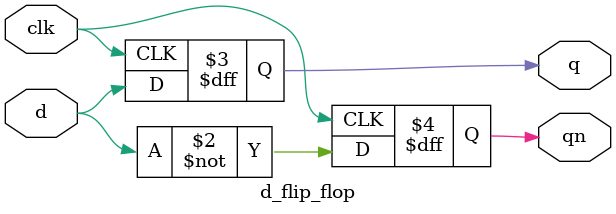
<source format=v>
module d_flip_flop (input d, input clk, output reg q, output reg qn);
always @(posedge clk) begin
    q <= d;
    qn <= ~d;
end
endmodule
</source>
